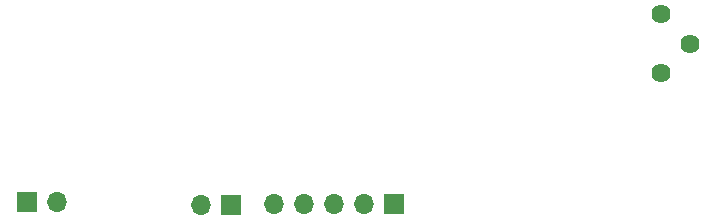
<source format=gbr>
%TF.GenerationSoftware,KiCad,Pcbnew,7.0.9*%
%TF.CreationDate,2023-11-22T23:33:49+00:00*%
%TF.ProjectId,signal_board,7369676e-616c-45f6-926f-6172642e6b69,rev?*%
%TF.SameCoordinates,Original*%
%TF.FileFunction,Soldermask,Bot*%
%TF.FilePolarity,Negative*%
%FSLAX46Y46*%
G04 Gerber Fmt 4.6, Leading zero omitted, Abs format (unit mm)*
G04 Created by KiCad (PCBNEW 7.0.9) date 2023-11-22 23:33:49*
%MOMM*%
%LPD*%
G01*
G04 APERTURE LIST*
%ADD10C,1.620000*%
%ADD11R,1.700000X1.700000*%
%ADD12O,1.700000X1.700000*%
G04 APERTURE END LIST*
D10*
%TO.C,RV1*%
X111000000Y-66700000D03*
X113500000Y-69200000D03*
X111000000Y-71700000D03*
%TD*%
D11*
%TO.C,J3*%
X57350000Y-82575000D03*
D12*
X59890000Y-82575000D03*
%TD*%
%TO.C,J2*%
X72110000Y-82825000D03*
D11*
X74650000Y-82825000D03*
%TD*%
%TO.C,J1*%
X88420000Y-82800000D03*
D12*
X85880000Y-82800000D03*
X83340000Y-82800000D03*
X80800000Y-82800000D03*
X78260000Y-82800000D03*
%TD*%
M02*

</source>
